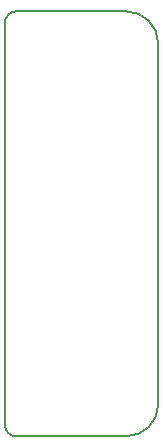
<source format=gm1>
G04 #@! TF.FileFunction,Profile,NP*
%FSLAX46Y46*%
G04 Gerber Fmt 4.6, Leading zero omitted, Abs format (unit mm)*
G04 Created by KiCad (PCBNEW (2015-11-03 BZR 6296)-product) date Tuesday, November 10, 2015 'PMt' 09:20:05 PM*
%MOMM*%
G01*
G04 APERTURE LIST*
%ADD10C,0.100000*%
%ADD11C,0.150000*%
G04 APERTURE END LIST*
D10*
D11*
X153000000Y-125000000D02*
G75*
G03X154000000Y-126000000I1000000J0D01*
G01*
X163250000Y-126000000D02*
G75*
G03X166000000Y-123250000I0J2750000D01*
G01*
X166000000Y-92750000D02*
G75*
G03X163250000Y-90000000I-2750000J0D01*
G01*
X154000000Y-90000000D02*
G75*
G03X153000000Y-91000000I0J-1000000D01*
G01*
X154000000Y-126000000D02*
X163250000Y-126000000D01*
X153000000Y-91000000D02*
X153000000Y-125000000D01*
X166000000Y-92750000D02*
X166000000Y-123250000D01*
X154000000Y-90000000D02*
X163250000Y-90000000D01*
M02*

</source>
